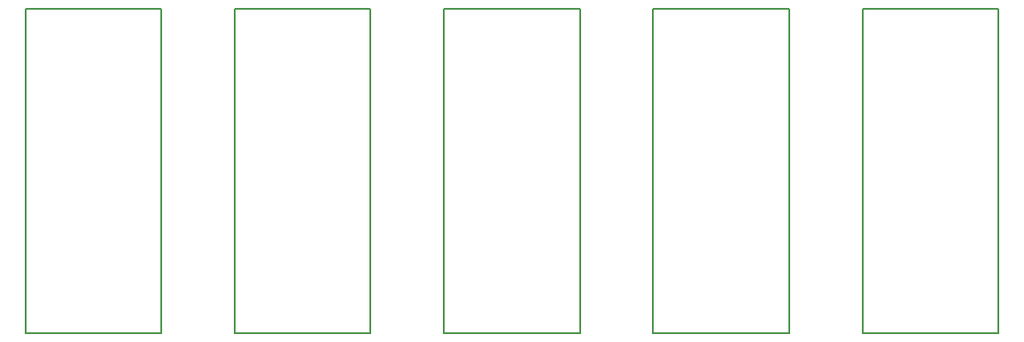
<source format=gbr>
%TF.GenerationSoftware,Altium Limited,Altium Designer,21.2.2 (38)*%
G04 Layer_Color=8388736*
%FSLAX45Y45*%
%MOMM*%
%TF.SameCoordinates,908A5498-0BB4-4271-8F68-DE63ACD0DB91*%
%TF.FilePolarity,Positive*%
%TF.FileFunction,Other,Mechanical_2*%
%TF.Part,Single*%
G01*
G75*
%TA.AperFunction,NonConductor*%
%ADD12C,0.20000*%
D12*
X8350000Y450000D02*
X9650000D01*
Y3550000D01*
X8350000D02*
X9650000D01*
X8350000Y450000D02*
Y3550000D01*
X6350000Y450000D02*
X7650000D01*
Y3550000D01*
X6350000D02*
X7650000D01*
X6350000Y450000D02*
Y3550000D01*
X4350000Y450000D02*
X5650000D01*
Y3550000D01*
X4350000D02*
X5650000D01*
X4350000Y450000D02*
Y3550000D01*
X2350000Y450000D02*
X3650000D01*
Y3550000D01*
X2350000D02*
X3650000D01*
X2350000Y450000D02*
Y3550000D01*
X350000Y450000D02*
X1650000D01*
Y3550000D01*
X350000D02*
X1650000D01*
X350000Y450000D02*
Y3550000D01*
%TF.MD5,5383d6111a3e75bdbf056f5d3871a05e*%
M02*

</source>
